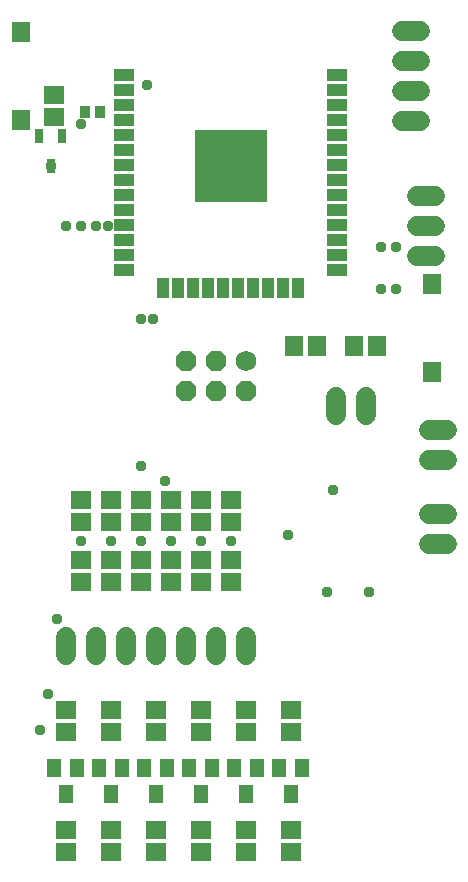
<source format=gts>
G75*
%MOIN*%
%OFA0B0*%
%FSLAX25Y25*%
%IPPOS*%
%LPD*%
%AMOC8*
5,1,8,0,0,1.08239X$1,22.5*
%
%ADD10R,0.06706X0.04343*%
%ADD11R,0.04343X0.06706*%
%ADD12R,0.24422X0.24422*%
%ADD13R,0.06312X0.07099*%
%ADD14R,0.06706X0.05918*%
%ADD15C,0.06800*%
%ADD16C,0.06800*%
%ADD17OC8,0.06800*%
%ADD18C,0.06737*%
%ADD19R,0.07099X0.05918*%
%ADD20R,0.02769X0.04737*%
%ADD21R,0.05918X0.07099*%
%ADD22R,0.04737X0.06312*%
%ADD23R,0.03556X0.04343*%
%ADD24C,0.03778*%
D10*
X0049201Y0245248D03*
X0049201Y0250248D03*
X0049201Y0255248D03*
X0049201Y0260248D03*
X0049201Y0265248D03*
X0049201Y0270248D03*
X0049201Y0275248D03*
X0049201Y0280248D03*
X0049201Y0285248D03*
X0049201Y0290248D03*
X0049201Y0295248D03*
X0049201Y0300248D03*
X0049201Y0305248D03*
X0049201Y0310248D03*
X0120067Y0310248D03*
X0120067Y0305248D03*
X0120067Y0300248D03*
X0120067Y0295248D03*
X0120067Y0290248D03*
X0120067Y0285248D03*
X0120067Y0280248D03*
X0120067Y0275248D03*
X0120067Y0270248D03*
X0120067Y0265248D03*
X0120067Y0260248D03*
X0120067Y0255248D03*
X0120067Y0250248D03*
X0120067Y0245248D03*
D11*
X0107134Y0239382D03*
X0102134Y0239382D03*
X0097134Y0239382D03*
X0092134Y0239382D03*
X0087134Y0239382D03*
X0082134Y0239382D03*
X0077134Y0239382D03*
X0072134Y0239382D03*
X0067134Y0239382D03*
X0062134Y0239382D03*
D12*
X0084634Y0279933D03*
D13*
X0151634Y0240697D03*
X0151634Y0211169D03*
X0014634Y0295169D03*
X0014634Y0324697D03*
D14*
X0025634Y0303673D03*
X0025634Y0296193D03*
D15*
X0029634Y0122933D02*
X0029634Y0116933D01*
X0039634Y0116933D02*
X0039634Y0122933D01*
X0049634Y0122933D02*
X0049634Y0116933D01*
X0059634Y0116933D02*
X0059634Y0122933D01*
X0069634Y0122933D02*
X0069634Y0116933D01*
X0079634Y0116933D02*
X0079634Y0122933D01*
X0089634Y0122933D02*
X0089634Y0116933D01*
X0146634Y0249933D02*
X0152634Y0249933D01*
X0152634Y0259933D02*
X0146634Y0259933D01*
X0146634Y0269933D02*
X0152634Y0269933D01*
X0147634Y0294933D02*
X0141634Y0294933D01*
X0141634Y0304933D02*
X0147634Y0304933D01*
X0147634Y0314933D02*
X0141634Y0314933D01*
X0141634Y0324933D02*
X0147634Y0324933D01*
D16*
X0089634Y0214933D03*
D17*
X0089634Y0204933D03*
X0079634Y0204933D03*
X0079634Y0214933D03*
X0069634Y0214933D03*
X0069634Y0204933D03*
D18*
X0119634Y0202902D02*
X0119634Y0196965D01*
X0129634Y0196965D02*
X0129634Y0202902D01*
X0150666Y0191933D02*
X0156603Y0191933D01*
X0156603Y0181933D02*
X0150666Y0181933D01*
X0150666Y0163933D02*
X0156603Y0163933D01*
X0156603Y0153933D02*
X0150666Y0153933D01*
D19*
X0029634Y0051193D03*
X0029634Y0058673D03*
X0044634Y0058673D03*
X0044634Y0051193D03*
X0059634Y0051193D03*
X0059634Y0058673D03*
X0074634Y0058673D03*
X0074634Y0051193D03*
X0089634Y0051193D03*
X0089634Y0058673D03*
X0104634Y0058673D03*
X0104634Y0051193D03*
X0104634Y0091193D03*
X0104634Y0098673D03*
X0089634Y0098673D03*
X0089634Y0091193D03*
X0074634Y0091193D03*
X0074634Y0098673D03*
X0059634Y0098673D03*
X0059634Y0091193D03*
X0044634Y0091193D03*
X0044634Y0098673D03*
X0029634Y0098673D03*
X0029634Y0091193D03*
X0034634Y0141193D03*
X0034634Y0148673D03*
X0034634Y0161193D03*
X0034634Y0168673D03*
X0044634Y0168673D03*
X0044634Y0161193D03*
X0044634Y0148673D03*
X0044634Y0141193D03*
X0054634Y0141193D03*
X0054634Y0148673D03*
X0064634Y0148673D03*
X0064634Y0141193D03*
X0074634Y0141193D03*
X0074634Y0148673D03*
X0074634Y0161193D03*
X0074634Y0168673D03*
X0064634Y0168673D03*
X0064634Y0161193D03*
X0054634Y0161193D03*
X0054634Y0168673D03*
X0084634Y0168673D03*
X0084634Y0161193D03*
X0084634Y0148673D03*
X0084634Y0141193D03*
D20*
X0024634Y0280012D03*
X0020894Y0289854D03*
X0028374Y0289854D03*
D21*
X0105894Y0219933D03*
X0113374Y0219933D03*
X0125894Y0219933D03*
X0133374Y0219933D03*
D22*
X0108374Y0079264D03*
X0100894Y0079264D03*
X0104634Y0070602D03*
X0093374Y0079264D03*
X0089634Y0070602D03*
X0085894Y0079264D03*
X0078374Y0079264D03*
X0074634Y0070602D03*
X0070894Y0079264D03*
X0063374Y0079264D03*
X0059634Y0070602D03*
X0055894Y0079264D03*
X0048374Y0079264D03*
X0044634Y0070602D03*
X0040894Y0079264D03*
X0033374Y0079264D03*
X0025894Y0079264D03*
X0029634Y0070602D03*
D23*
X0036075Y0297933D03*
X0041193Y0297933D03*
D24*
X0034634Y0293933D03*
X0024634Y0280012D03*
X0029634Y0259933D03*
X0034634Y0259933D03*
X0039634Y0259933D03*
X0043634Y0259933D03*
X0049201Y0260248D03*
X0049201Y0265248D03*
X0054634Y0228933D03*
X0058634Y0228933D03*
X0054634Y0179933D03*
X0062634Y0174933D03*
X0064634Y0154933D03*
X0054634Y0154933D03*
X0044634Y0154933D03*
X0034634Y0154933D03*
X0026634Y0128933D03*
X0023634Y0103933D03*
X0021023Y0091933D03*
X0029634Y0070602D03*
X0044634Y0070544D03*
X0059634Y0070602D03*
X0074634Y0070602D03*
X0089634Y0070602D03*
X0116634Y0137933D03*
X0103634Y0156933D03*
X0118634Y0171933D03*
X0130634Y0137933D03*
X0084634Y0154933D03*
X0074634Y0154933D03*
X0134634Y0238933D03*
X0139634Y0238933D03*
X0139634Y0252933D03*
X0134634Y0252933D03*
X0056634Y0306933D03*
M02*

</source>
